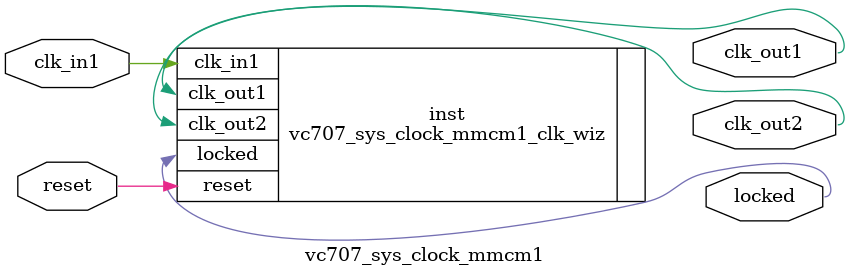
<source format=v>


`timescale 1ps/1ps

(* CORE_GENERATION_INFO = "vc707_sys_clock_mmcm1,clk_wiz_v6_0_0_0,{component_name=vc707_sys_clock_mmcm1,use_phase_alignment=true,use_min_o_jitter=false,use_max_i_jitter=false,use_dyn_phase_shift=false,use_inclk_switchover=false,use_dyn_reconfig=false,enable_axi=0,feedback_source=FDBK_AUTO,PRIMITIVE=MMCM,num_out_clk=2,clkin1_period=10.000,clkin2_period=10.000,use_power_down=false,use_reset=true,use_locked=true,use_inclk_stopped=false,feedback_type=SINGLE,CLOCK_MGR_TYPE=NA,manual_override=false}" *)

module vc707_sys_clock_mmcm1 
 (
  // Clock out ports
  output        clk_out1,
  output        clk_out2,
  // Status and control signals
  input         reset,
  output        locked,
 // Clock in ports
  input         clk_in1
 );

  vc707_sys_clock_mmcm1_clk_wiz inst
  (
  // Clock out ports  
  .clk_out1(clk_out1),
  .clk_out2(clk_out2),
  // Status and control signals               
  .reset(reset), 
  .locked(locked),
 // Clock in ports
  .clk_in1(clk_in1)
  );

endmodule

</source>
